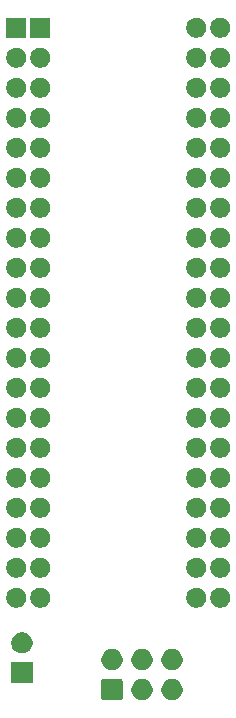
<source format=gbr>
G04 #@! TF.GenerationSoftware,KiCad,Pcbnew,5.1.5+dfsg1-2build2*
G04 #@! TF.CreationDate,2022-03-13T21:18:42-04:00*
G04 #@! TF.ProjectId,vdg_breakout,7664675f-6272-4656-916b-6f75742e6b69,rev?*
G04 #@! TF.SameCoordinates,Original*
G04 #@! TF.FileFunction,Soldermask,Top*
G04 #@! TF.FilePolarity,Negative*
%FSLAX46Y46*%
G04 Gerber Fmt 4.6, Leading zero omitted, Abs format (unit mm)*
G04 Created by KiCad (PCBNEW 5.1.5+dfsg1-2build2) date 2022-03-13 21:18:42*
%MOMM*%
%LPD*%
G04 APERTURE LIST*
%ADD10C,0.100000*%
G04 APERTURE END LIST*
D10*
G36*
X131833600Y-115777989D02*
G01*
X131866652Y-115788015D01*
X131897103Y-115804292D01*
X131923799Y-115826201D01*
X131945708Y-115852897D01*
X131961985Y-115883348D01*
X131972011Y-115916400D01*
X131976000Y-115956903D01*
X131976000Y-117393097D01*
X131972011Y-117433600D01*
X131961985Y-117466652D01*
X131945708Y-117497103D01*
X131923799Y-117523799D01*
X131897103Y-117545708D01*
X131866652Y-117561985D01*
X131833600Y-117572011D01*
X131793097Y-117576000D01*
X130356903Y-117576000D01*
X130316400Y-117572011D01*
X130283348Y-117561985D01*
X130252897Y-117545708D01*
X130226201Y-117523799D01*
X130204292Y-117497103D01*
X130188015Y-117466652D01*
X130177989Y-117433600D01*
X130174000Y-117393097D01*
X130174000Y-115956903D01*
X130177989Y-115916400D01*
X130188015Y-115883348D01*
X130204292Y-115852897D01*
X130226201Y-115826201D01*
X130252897Y-115804292D01*
X130283348Y-115788015D01*
X130316400Y-115777989D01*
X130356903Y-115774000D01*
X131793097Y-115774000D01*
X131833600Y-115777989D01*
G37*
G36*
X136263796Y-115777989D02*
G01*
X136417812Y-115808624D01*
X136581784Y-115876544D01*
X136729354Y-115975147D01*
X136854853Y-116100646D01*
X136953456Y-116248216D01*
X137021376Y-116412188D01*
X137056000Y-116586259D01*
X137056000Y-116763741D01*
X137021376Y-116937812D01*
X136953456Y-117101784D01*
X136854853Y-117249354D01*
X136729354Y-117374853D01*
X136581784Y-117473456D01*
X136417812Y-117541376D01*
X136269341Y-117570908D01*
X136243742Y-117576000D01*
X136066258Y-117576000D01*
X136040659Y-117570908D01*
X135892188Y-117541376D01*
X135728216Y-117473456D01*
X135580646Y-117374853D01*
X135455147Y-117249354D01*
X135356544Y-117101784D01*
X135288624Y-116937812D01*
X135254000Y-116763741D01*
X135254000Y-116586259D01*
X135288624Y-116412188D01*
X135356544Y-116248216D01*
X135455147Y-116100646D01*
X135580646Y-115975147D01*
X135728216Y-115876544D01*
X135892188Y-115808624D01*
X136046204Y-115777989D01*
X136066258Y-115774000D01*
X136243742Y-115774000D01*
X136263796Y-115777989D01*
G37*
G36*
X133723796Y-115777989D02*
G01*
X133877812Y-115808624D01*
X134041784Y-115876544D01*
X134189354Y-115975147D01*
X134314853Y-116100646D01*
X134413456Y-116248216D01*
X134481376Y-116412188D01*
X134516000Y-116586259D01*
X134516000Y-116763741D01*
X134481376Y-116937812D01*
X134413456Y-117101784D01*
X134314853Y-117249354D01*
X134189354Y-117374853D01*
X134041784Y-117473456D01*
X133877812Y-117541376D01*
X133729341Y-117570908D01*
X133703742Y-117576000D01*
X133526258Y-117576000D01*
X133500659Y-117570908D01*
X133352188Y-117541376D01*
X133188216Y-117473456D01*
X133040646Y-117374853D01*
X132915147Y-117249354D01*
X132816544Y-117101784D01*
X132748624Y-116937812D01*
X132714000Y-116763741D01*
X132714000Y-116586259D01*
X132748624Y-116412188D01*
X132816544Y-116248216D01*
X132915147Y-116100646D01*
X133040646Y-115975147D01*
X133188216Y-115876544D01*
X133352188Y-115808624D01*
X133506204Y-115777989D01*
X133526258Y-115774000D01*
X133703742Y-115774000D01*
X133723796Y-115777989D01*
G37*
G36*
X124351000Y-116151000D02*
G01*
X122549000Y-116151000D01*
X122549000Y-114349000D01*
X124351000Y-114349000D01*
X124351000Y-116151000D01*
G37*
G36*
X136268512Y-113238927D02*
G01*
X136417812Y-113268624D01*
X136581784Y-113336544D01*
X136729354Y-113435147D01*
X136854853Y-113560646D01*
X136953456Y-113708216D01*
X137021376Y-113872188D01*
X137056000Y-114046259D01*
X137056000Y-114223741D01*
X137021376Y-114397812D01*
X136953456Y-114561784D01*
X136854853Y-114709354D01*
X136729354Y-114834853D01*
X136581784Y-114933456D01*
X136417812Y-115001376D01*
X136268512Y-115031073D01*
X136243742Y-115036000D01*
X136066258Y-115036000D01*
X136041488Y-115031073D01*
X135892188Y-115001376D01*
X135728216Y-114933456D01*
X135580646Y-114834853D01*
X135455147Y-114709354D01*
X135356544Y-114561784D01*
X135288624Y-114397812D01*
X135254000Y-114223741D01*
X135254000Y-114046259D01*
X135288624Y-113872188D01*
X135356544Y-113708216D01*
X135455147Y-113560646D01*
X135580646Y-113435147D01*
X135728216Y-113336544D01*
X135892188Y-113268624D01*
X136041488Y-113238927D01*
X136066258Y-113234000D01*
X136243742Y-113234000D01*
X136268512Y-113238927D01*
G37*
G36*
X133728512Y-113238927D02*
G01*
X133877812Y-113268624D01*
X134041784Y-113336544D01*
X134189354Y-113435147D01*
X134314853Y-113560646D01*
X134413456Y-113708216D01*
X134481376Y-113872188D01*
X134516000Y-114046259D01*
X134516000Y-114223741D01*
X134481376Y-114397812D01*
X134413456Y-114561784D01*
X134314853Y-114709354D01*
X134189354Y-114834853D01*
X134041784Y-114933456D01*
X133877812Y-115001376D01*
X133728512Y-115031073D01*
X133703742Y-115036000D01*
X133526258Y-115036000D01*
X133501488Y-115031073D01*
X133352188Y-115001376D01*
X133188216Y-114933456D01*
X133040646Y-114834853D01*
X132915147Y-114709354D01*
X132816544Y-114561784D01*
X132748624Y-114397812D01*
X132714000Y-114223741D01*
X132714000Y-114046259D01*
X132748624Y-113872188D01*
X132816544Y-113708216D01*
X132915147Y-113560646D01*
X133040646Y-113435147D01*
X133188216Y-113336544D01*
X133352188Y-113268624D01*
X133501488Y-113238927D01*
X133526258Y-113234000D01*
X133703742Y-113234000D01*
X133728512Y-113238927D01*
G37*
G36*
X131188512Y-113238927D02*
G01*
X131337812Y-113268624D01*
X131501784Y-113336544D01*
X131649354Y-113435147D01*
X131774853Y-113560646D01*
X131873456Y-113708216D01*
X131941376Y-113872188D01*
X131976000Y-114046259D01*
X131976000Y-114223741D01*
X131941376Y-114397812D01*
X131873456Y-114561784D01*
X131774853Y-114709354D01*
X131649354Y-114834853D01*
X131501784Y-114933456D01*
X131337812Y-115001376D01*
X131188512Y-115031073D01*
X131163742Y-115036000D01*
X130986258Y-115036000D01*
X130961488Y-115031073D01*
X130812188Y-115001376D01*
X130648216Y-114933456D01*
X130500646Y-114834853D01*
X130375147Y-114709354D01*
X130276544Y-114561784D01*
X130208624Y-114397812D01*
X130174000Y-114223741D01*
X130174000Y-114046259D01*
X130208624Y-113872188D01*
X130276544Y-113708216D01*
X130375147Y-113560646D01*
X130500646Y-113435147D01*
X130648216Y-113336544D01*
X130812188Y-113268624D01*
X130961488Y-113238927D01*
X130986258Y-113234000D01*
X131163742Y-113234000D01*
X131188512Y-113238927D01*
G37*
G36*
X123563512Y-111813927D02*
G01*
X123712812Y-111843624D01*
X123876784Y-111911544D01*
X124024354Y-112010147D01*
X124149853Y-112135646D01*
X124248456Y-112283216D01*
X124316376Y-112447188D01*
X124351000Y-112621259D01*
X124351000Y-112798741D01*
X124316376Y-112972812D01*
X124248456Y-113136784D01*
X124149853Y-113284354D01*
X124024354Y-113409853D01*
X123876784Y-113508456D01*
X123712812Y-113576376D01*
X123563512Y-113606073D01*
X123538742Y-113611000D01*
X123361258Y-113611000D01*
X123336488Y-113606073D01*
X123187188Y-113576376D01*
X123023216Y-113508456D01*
X122875646Y-113409853D01*
X122750147Y-113284354D01*
X122651544Y-113136784D01*
X122583624Y-112972812D01*
X122549000Y-112798741D01*
X122549000Y-112621259D01*
X122583624Y-112447188D01*
X122651544Y-112283216D01*
X122750147Y-112135646D01*
X122875646Y-112010147D01*
X123023216Y-111911544D01*
X123187188Y-111843624D01*
X123336488Y-111813927D01*
X123361258Y-111809000D01*
X123538742Y-111809000D01*
X123563512Y-111813927D01*
G37*
G36*
X123223228Y-108066704D02*
G01*
X123378100Y-108130854D01*
X123517481Y-108223986D01*
X123636015Y-108342520D01*
X123729147Y-108481901D01*
X123793297Y-108636773D01*
X123826000Y-108801185D01*
X123826000Y-108968817D01*
X123793297Y-109133229D01*
X123729147Y-109288101D01*
X123636015Y-109427482D01*
X123517481Y-109546016D01*
X123378100Y-109639148D01*
X123223228Y-109703298D01*
X123058816Y-109736001D01*
X122891184Y-109736001D01*
X122726772Y-109703298D01*
X122571900Y-109639148D01*
X122432519Y-109546016D01*
X122313985Y-109427482D01*
X122220853Y-109288101D01*
X122156703Y-109133229D01*
X122124000Y-108968817D01*
X122124000Y-108801185D01*
X122156703Y-108636773D01*
X122220853Y-108481901D01*
X122313985Y-108342520D01*
X122432519Y-108223986D01*
X122571900Y-108130854D01*
X122726772Y-108066704D01*
X122891184Y-108034001D01*
X123058816Y-108034001D01*
X123223228Y-108066704D01*
G37*
G36*
X125248229Y-108066704D02*
G01*
X125403101Y-108130854D01*
X125542482Y-108223986D01*
X125661016Y-108342520D01*
X125754148Y-108481901D01*
X125818298Y-108636773D01*
X125851001Y-108801185D01*
X125851001Y-108968817D01*
X125818298Y-109133229D01*
X125754148Y-109288101D01*
X125661016Y-109427482D01*
X125542482Y-109546016D01*
X125403101Y-109639148D01*
X125248229Y-109703298D01*
X125083817Y-109736001D01*
X124916185Y-109736001D01*
X124751773Y-109703298D01*
X124596901Y-109639148D01*
X124457520Y-109546016D01*
X124338986Y-109427482D01*
X124245854Y-109288101D01*
X124181704Y-109133229D01*
X124149001Y-108968817D01*
X124149001Y-108801185D01*
X124181704Y-108636773D01*
X124245854Y-108481901D01*
X124338986Y-108342520D01*
X124457520Y-108223986D01*
X124596901Y-108130854D01*
X124751773Y-108066704D01*
X124916185Y-108034001D01*
X125083817Y-108034001D01*
X125248229Y-108066704D01*
G37*
G36*
X138463228Y-108066704D02*
G01*
X138618100Y-108130854D01*
X138757481Y-108223986D01*
X138876015Y-108342520D01*
X138969147Y-108481901D01*
X139033297Y-108636773D01*
X139066000Y-108801185D01*
X139066000Y-108968817D01*
X139033297Y-109133229D01*
X138969147Y-109288101D01*
X138876015Y-109427482D01*
X138757481Y-109546016D01*
X138618100Y-109639148D01*
X138463228Y-109703298D01*
X138298816Y-109736001D01*
X138131184Y-109736001D01*
X137966772Y-109703298D01*
X137811900Y-109639148D01*
X137672519Y-109546016D01*
X137553985Y-109427482D01*
X137460853Y-109288101D01*
X137396703Y-109133229D01*
X137364000Y-108968817D01*
X137364000Y-108801185D01*
X137396703Y-108636773D01*
X137460853Y-108481901D01*
X137553985Y-108342520D01*
X137672519Y-108223986D01*
X137811900Y-108130854D01*
X137966772Y-108066704D01*
X138131184Y-108034001D01*
X138298816Y-108034001D01*
X138463228Y-108066704D01*
G37*
G36*
X140488229Y-108066704D02*
G01*
X140643101Y-108130854D01*
X140782482Y-108223986D01*
X140901016Y-108342520D01*
X140994148Y-108481901D01*
X141058298Y-108636773D01*
X141091001Y-108801185D01*
X141091001Y-108968817D01*
X141058298Y-109133229D01*
X140994148Y-109288101D01*
X140901016Y-109427482D01*
X140782482Y-109546016D01*
X140643101Y-109639148D01*
X140488229Y-109703298D01*
X140323817Y-109736001D01*
X140156185Y-109736001D01*
X139991773Y-109703298D01*
X139836901Y-109639148D01*
X139697520Y-109546016D01*
X139578986Y-109427482D01*
X139485854Y-109288101D01*
X139421704Y-109133229D01*
X139389001Y-108968817D01*
X139389001Y-108801185D01*
X139421704Y-108636773D01*
X139485854Y-108481901D01*
X139578986Y-108342520D01*
X139697520Y-108223986D01*
X139836901Y-108130854D01*
X139991773Y-108066704D01*
X140156185Y-108034001D01*
X140323817Y-108034001D01*
X140488229Y-108066704D01*
G37*
G36*
X138463228Y-105526704D02*
G01*
X138618100Y-105590854D01*
X138757481Y-105683986D01*
X138876015Y-105802520D01*
X138969147Y-105941901D01*
X139033297Y-106096773D01*
X139066000Y-106261185D01*
X139066000Y-106428817D01*
X139033297Y-106593229D01*
X138969147Y-106748101D01*
X138876015Y-106887482D01*
X138757481Y-107006016D01*
X138618100Y-107099148D01*
X138463228Y-107163298D01*
X138298816Y-107196001D01*
X138131184Y-107196001D01*
X137966772Y-107163298D01*
X137811900Y-107099148D01*
X137672519Y-107006016D01*
X137553985Y-106887482D01*
X137460853Y-106748101D01*
X137396703Y-106593229D01*
X137364000Y-106428817D01*
X137364000Y-106261185D01*
X137396703Y-106096773D01*
X137460853Y-105941901D01*
X137553985Y-105802520D01*
X137672519Y-105683986D01*
X137811900Y-105590854D01*
X137966772Y-105526704D01*
X138131184Y-105494001D01*
X138298816Y-105494001D01*
X138463228Y-105526704D01*
G37*
G36*
X140488229Y-105526704D02*
G01*
X140643101Y-105590854D01*
X140782482Y-105683986D01*
X140901016Y-105802520D01*
X140994148Y-105941901D01*
X141058298Y-106096773D01*
X141091001Y-106261185D01*
X141091001Y-106428817D01*
X141058298Y-106593229D01*
X140994148Y-106748101D01*
X140901016Y-106887482D01*
X140782482Y-107006016D01*
X140643101Y-107099148D01*
X140488229Y-107163298D01*
X140323817Y-107196001D01*
X140156185Y-107196001D01*
X139991773Y-107163298D01*
X139836901Y-107099148D01*
X139697520Y-107006016D01*
X139578986Y-106887482D01*
X139485854Y-106748101D01*
X139421704Y-106593229D01*
X139389001Y-106428817D01*
X139389001Y-106261185D01*
X139421704Y-106096773D01*
X139485854Y-105941901D01*
X139578986Y-105802520D01*
X139697520Y-105683986D01*
X139836901Y-105590854D01*
X139991773Y-105526704D01*
X140156185Y-105494001D01*
X140323817Y-105494001D01*
X140488229Y-105526704D01*
G37*
G36*
X125248229Y-105526704D02*
G01*
X125403101Y-105590854D01*
X125542482Y-105683986D01*
X125661016Y-105802520D01*
X125754148Y-105941901D01*
X125818298Y-106096773D01*
X125851001Y-106261185D01*
X125851001Y-106428817D01*
X125818298Y-106593229D01*
X125754148Y-106748101D01*
X125661016Y-106887482D01*
X125542482Y-107006016D01*
X125403101Y-107099148D01*
X125248229Y-107163298D01*
X125083817Y-107196001D01*
X124916185Y-107196001D01*
X124751773Y-107163298D01*
X124596901Y-107099148D01*
X124457520Y-107006016D01*
X124338986Y-106887482D01*
X124245854Y-106748101D01*
X124181704Y-106593229D01*
X124149001Y-106428817D01*
X124149001Y-106261185D01*
X124181704Y-106096773D01*
X124245854Y-105941901D01*
X124338986Y-105802520D01*
X124457520Y-105683986D01*
X124596901Y-105590854D01*
X124751773Y-105526704D01*
X124916185Y-105494001D01*
X125083817Y-105494001D01*
X125248229Y-105526704D01*
G37*
G36*
X123223228Y-105526704D02*
G01*
X123378100Y-105590854D01*
X123517481Y-105683986D01*
X123636015Y-105802520D01*
X123729147Y-105941901D01*
X123793297Y-106096773D01*
X123826000Y-106261185D01*
X123826000Y-106428817D01*
X123793297Y-106593229D01*
X123729147Y-106748101D01*
X123636015Y-106887482D01*
X123517481Y-107006016D01*
X123378100Y-107099148D01*
X123223228Y-107163298D01*
X123058816Y-107196001D01*
X122891184Y-107196001D01*
X122726772Y-107163298D01*
X122571900Y-107099148D01*
X122432519Y-107006016D01*
X122313985Y-106887482D01*
X122220853Y-106748101D01*
X122156703Y-106593229D01*
X122124000Y-106428817D01*
X122124000Y-106261185D01*
X122156703Y-106096773D01*
X122220853Y-105941901D01*
X122313985Y-105802520D01*
X122432519Y-105683986D01*
X122571900Y-105590854D01*
X122726772Y-105526704D01*
X122891184Y-105494001D01*
X123058816Y-105494001D01*
X123223228Y-105526704D01*
G37*
G36*
X123223228Y-102986704D02*
G01*
X123378100Y-103050854D01*
X123517481Y-103143986D01*
X123636015Y-103262520D01*
X123729147Y-103401901D01*
X123793297Y-103556773D01*
X123826000Y-103721185D01*
X123826000Y-103888817D01*
X123793297Y-104053229D01*
X123729147Y-104208101D01*
X123636015Y-104347482D01*
X123517481Y-104466016D01*
X123378100Y-104559148D01*
X123223228Y-104623298D01*
X123058816Y-104656001D01*
X122891184Y-104656001D01*
X122726772Y-104623298D01*
X122571900Y-104559148D01*
X122432519Y-104466016D01*
X122313985Y-104347482D01*
X122220853Y-104208101D01*
X122156703Y-104053229D01*
X122124000Y-103888817D01*
X122124000Y-103721185D01*
X122156703Y-103556773D01*
X122220853Y-103401901D01*
X122313985Y-103262520D01*
X122432519Y-103143986D01*
X122571900Y-103050854D01*
X122726772Y-102986704D01*
X122891184Y-102954001D01*
X123058816Y-102954001D01*
X123223228Y-102986704D01*
G37*
G36*
X138463228Y-102986704D02*
G01*
X138618100Y-103050854D01*
X138757481Y-103143986D01*
X138876015Y-103262520D01*
X138969147Y-103401901D01*
X139033297Y-103556773D01*
X139066000Y-103721185D01*
X139066000Y-103888817D01*
X139033297Y-104053229D01*
X138969147Y-104208101D01*
X138876015Y-104347482D01*
X138757481Y-104466016D01*
X138618100Y-104559148D01*
X138463228Y-104623298D01*
X138298816Y-104656001D01*
X138131184Y-104656001D01*
X137966772Y-104623298D01*
X137811900Y-104559148D01*
X137672519Y-104466016D01*
X137553985Y-104347482D01*
X137460853Y-104208101D01*
X137396703Y-104053229D01*
X137364000Y-103888817D01*
X137364000Y-103721185D01*
X137396703Y-103556773D01*
X137460853Y-103401901D01*
X137553985Y-103262520D01*
X137672519Y-103143986D01*
X137811900Y-103050854D01*
X137966772Y-102986704D01*
X138131184Y-102954001D01*
X138298816Y-102954001D01*
X138463228Y-102986704D01*
G37*
G36*
X140488229Y-102986704D02*
G01*
X140643101Y-103050854D01*
X140782482Y-103143986D01*
X140901016Y-103262520D01*
X140994148Y-103401901D01*
X141058298Y-103556773D01*
X141091001Y-103721185D01*
X141091001Y-103888817D01*
X141058298Y-104053229D01*
X140994148Y-104208101D01*
X140901016Y-104347482D01*
X140782482Y-104466016D01*
X140643101Y-104559148D01*
X140488229Y-104623298D01*
X140323817Y-104656001D01*
X140156185Y-104656001D01*
X139991773Y-104623298D01*
X139836901Y-104559148D01*
X139697520Y-104466016D01*
X139578986Y-104347482D01*
X139485854Y-104208101D01*
X139421704Y-104053229D01*
X139389001Y-103888817D01*
X139389001Y-103721185D01*
X139421704Y-103556773D01*
X139485854Y-103401901D01*
X139578986Y-103262520D01*
X139697520Y-103143986D01*
X139836901Y-103050854D01*
X139991773Y-102986704D01*
X140156185Y-102954001D01*
X140323817Y-102954001D01*
X140488229Y-102986704D01*
G37*
G36*
X125248229Y-102986704D02*
G01*
X125403101Y-103050854D01*
X125542482Y-103143986D01*
X125661016Y-103262520D01*
X125754148Y-103401901D01*
X125818298Y-103556773D01*
X125851001Y-103721185D01*
X125851001Y-103888817D01*
X125818298Y-104053229D01*
X125754148Y-104208101D01*
X125661016Y-104347482D01*
X125542482Y-104466016D01*
X125403101Y-104559148D01*
X125248229Y-104623298D01*
X125083817Y-104656001D01*
X124916185Y-104656001D01*
X124751773Y-104623298D01*
X124596901Y-104559148D01*
X124457520Y-104466016D01*
X124338986Y-104347482D01*
X124245854Y-104208101D01*
X124181704Y-104053229D01*
X124149001Y-103888817D01*
X124149001Y-103721185D01*
X124181704Y-103556773D01*
X124245854Y-103401901D01*
X124338986Y-103262520D01*
X124457520Y-103143986D01*
X124596901Y-103050854D01*
X124751773Y-102986704D01*
X124916185Y-102954001D01*
X125083817Y-102954001D01*
X125248229Y-102986704D01*
G37*
G36*
X123223228Y-100446704D02*
G01*
X123378100Y-100510854D01*
X123517481Y-100603986D01*
X123636015Y-100722520D01*
X123729147Y-100861901D01*
X123793297Y-101016773D01*
X123826000Y-101181185D01*
X123826000Y-101348817D01*
X123793297Y-101513229D01*
X123729147Y-101668101D01*
X123636015Y-101807482D01*
X123517481Y-101926016D01*
X123378100Y-102019148D01*
X123223228Y-102083298D01*
X123058816Y-102116001D01*
X122891184Y-102116001D01*
X122726772Y-102083298D01*
X122571900Y-102019148D01*
X122432519Y-101926016D01*
X122313985Y-101807482D01*
X122220853Y-101668101D01*
X122156703Y-101513229D01*
X122124000Y-101348817D01*
X122124000Y-101181185D01*
X122156703Y-101016773D01*
X122220853Y-100861901D01*
X122313985Y-100722520D01*
X122432519Y-100603986D01*
X122571900Y-100510854D01*
X122726772Y-100446704D01*
X122891184Y-100414001D01*
X123058816Y-100414001D01*
X123223228Y-100446704D01*
G37*
G36*
X125248229Y-100446704D02*
G01*
X125403101Y-100510854D01*
X125542482Y-100603986D01*
X125661016Y-100722520D01*
X125754148Y-100861901D01*
X125818298Y-101016773D01*
X125851001Y-101181185D01*
X125851001Y-101348817D01*
X125818298Y-101513229D01*
X125754148Y-101668101D01*
X125661016Y-101807482D01*
X125542482Y-101926016D01*
X125403101Y-102019148D01*
X125248229Y-102083298D01*
X125083817Y-102116001D01*
X124916185Y-102116001D01*
X124751773Y-102083298D01*
X124596901Y-102019148D01*
X124457520Y-101926016D01*
X124338986Y-101807482D01*
X124245854Y-101668101D01*
X124181704Y-101513229D01*
X124149001Y-101348817D01*
X124149001Y-101181185D01*
X124181704Y-101016773D01*
X124245854Y-100861901D01*
X124338986Y-100722520D01*
X124457520Y-100603986D01*
X124596901Y-100510854D01*
X124751773Y-100446704D01*
X124916185Y-100414001D01*
X125083817Y-100414001D01*
X125248229Y-100446704D01*
G37*
G36*
X138463228Y-100446704D02*
G01*
X138618100Y-100510854D01*
X138757481Y-100603986D01*
X138876015Y-100722520D01*
X138969147Y-100861901D01*
X139033297Y-101016773D01*
X139066000Y-101181185D01*
X139066000Y-101348817D01*
X139033297Y-101513229D01*
X138969147Y-101668101D01*
X138876015Y-101807482D01*
X138757481Y-101926016D01*
X138618100Y-102019148D01*
X138463228Y-102083298D01*
X138298816Y-102116001D01*
X138131184Y-102116001D01*
X137966772Y-102083298D01*
X137811900Y-102019148D01*
X137672519Y-101926016D01*
X137553985Y-101807482D01*
X137460853Y-101668101D01*
X137396703Y-101513229D01*
X137364000Y-101348817D01*
X137364000Y-101181185D01*
X137396703Y-101016773D01*
X137460853Y-100861901D01*
X137553985Y-100722520D01*
X137672519Y-100603986D01*
X137811900Y-100510854D01*
X137966772Y-100446704D01*
X138131184Y-100414001D01*
X138298816Y-100414001D01*
X138463228Y-100446704D01*
G37*
G36*
X140488229Y-100446704D02*
G01*
X140643101Y-100510854D01*
X140782482Y-100603986D01*
X140901016Y-100722520D01*
X140994148Y-100861901D01*
X141058298Y-101016773D01*
X141091001Y-101181185D01*
X141091001Y-101348817D01*
X141058298Y-101513229D01*
X140994148Y-101668101D01*
X140901016Y-101807482D01*
X140782482Y-101926016D01*
X140643101Y-102019148D01*
X140488229Y-102083298D01*
X140323817Y-102116001D01*
X140156185Y-102116001D01*
X139991773Y-102083298D01*
X139836901Y-102019148D01*
X139697520Y-101926016D01*
X139578986Y-101807482D01*
X139485854Y-101668101D01*
X139421704Y-101513229D01*
X139389001Y-101348817D01*
X139389001Y-101181185D01*
X139421704Y-101016773D01*
X139485854Y-100861901D01*
X139578986Y-100722520D01*
X139697520Y-100603986D01*
X139836901Y-100510854D01*
X139991773Y-100446704D01*
X140156185Y-100414001D01*
X140323817Y-100414001D01*
X140488229Y-100446704D01*
G37*
G36*
X140488229Y-97906704D02*
G01*
X140643101Y-97970854D01*
X140782482Y-98063986D01*
X140901016Y-98182520D01*
X140994148Y-98321901D01*
X141058298Y-98476773D01*
X141091001Y-98641185D01*
X141091001Y-98808817D01*
X141058298Y-98973229D01*
X140994148Y-99128101D01*
X140901016Y-99267482D01*
X140782482Y-99386016D01*
X140643101Y-99479148D01*
X140488229Y-99543298D01*
X140323817Y-99576001D01*
X140156185Y-99576001D01*
X139991773Y-99543298D01*
X139836901Y-99479148D01*
X139697520Y-99386016D01*
X139578986Y-99267482D01*
X139485854Y-99128101D01*
X139421704Y-98973229D01*
X139389001Y-98808817D01*
X139389001Y-98641185D01*
X139421704Y-98476773D01*
X139485854Y-98321901D01*
X139578986Y-98182520D01*
X139697520Y-98063986D01*
X139836901Y-97970854D01*
X139991773Y-97906704D01*
X140156185Y-97874001D01*
X140323817Y-97874001D01*
X140488229Y-97906704D01*
G37*
G36*
X125248229Y-97906704D02*
G01*
X125403101Y-97970854D01*
X125542482Y-98063986D01*
X125661016Y-98182520D01*
X125754148Y-98321901D01*
X125818298Y-98476773D01*
X125851001Y-98641185D01*
X125851001Y-98808817D01*
X125818298Y-98973229D01*
X125754148Y-99128101D01*
X125661016Y-99267482D01*
X125542482Y-99386016D01*
X125403101Y-99479148D01*
X125248229Y-99543298D01*
X125083817Y-99576001D01*
X124916185Y-99576001D01*
X124751773Y-99543298D01*
X124596901Y-99479148D01*
X124457520Y-99386016D01*
X124338986Y-99267482D01*
X124245854Y-99128101D01*
X124181704Y-98973229D01*
X124149001Y-98808817D01*
X124149001Y-98641185D01*
X124181704Y-98476773D01*
X124245854Y-98321901D01*
X124338986Y-98182520D01*
X124457520Y-98063986D01*
X124596901Y-97970854D01*
X124751773Y-97906704D01*
X124916185Y-97874001D01*
X125083817Y-97874001D01*
X125248229Y-97906704D01*
G37*
G36*
X138463228Y-97906704D02*
G01*
X138618100Y-97970854D01*
X138757481Y-98063986D01*
X138876015Y-98182520D01*
X138969147Y-98321901D01*
X139033297Y-98476773D01*
X139066000Y-98641185D01*
X139066000Y-98808817D01*
X139033297Y-98973229D01*
X138969147Y-99128101D01*
X138876015Y-99267482D01*
X138757481Y-99386016D01*
X138618100Y-99479148D01*
X138463228Y-99543298D01*
X138298816Y-99576001D01*
X138131184Y-99576001D01*
X137966772Y-99543298D01*
X137811900Y-99479148D01*
X137672519Y-99386016D01*
X137553985Y-99267482D01*
X137460853Y-99128101D01*
X137396703Y-98973229D01*
X137364000Y-98808817D01*
X137364000Y-98641185D01*
X137396703Y-98476773D01*
X137460853Y-98321901D01*
X137553985Y-98182520D01*
X137672519Y-98063986D01*
X137811900Y-97970854D01*
X137966772Y-97906704D01*
X138131184Y-97874001D01*
X138298816Y-97874001D01*
X138463228Y-97906704D01*
G37*
G36*
X123223228Y-97906704D02*
G01*
X123378100Y-97970854D01*
X123517481Y-98063986D01*
X123636015Y-98182520D01*
X123729147Y-98321901D01*
X123793297Y-98476773D01*
X123826000Y-98641185D01*
X123826000Y-98808817D01*
X123793297Y-98973229D01*
X123729147Y-99128101D01*
X123636015Y-99267482D01*
X123517481Y-99386016D01*
X123378100Y-99479148D01*
X123223228Y-99543298D01*
X123058816Y-99576001D01*
X122891184Y-99576001D01*
X122726772Y-99543298D01*
X122571900Y-99479148D01*
X122432519Y-99386016D01*
X122313985Y-99267482D01*
X122220853Y-99128101D01*
X122156703Y-98973229D01*
X122124000Y-98808817D01*
X122124000Y-98641185D01*
X122156703Y-98476773D01*
X122220853Y-98321901D01*
X122313985Y-98182520D01*
X122432519Y-98063986D01*
X122571900Y-97970854D01*
X122726772Y-97906704D01*
X122891184Y-97874001D01*
X123058816Y-97874001D01*
X123223228Y-97906704D01*
G37*
G36*
X140488229Y-95366704D02*
G01*
X140643101Y-95430854D01*
X140782482Y-95523986D01*
X140901016Y-95642520D01*
X140994148Y-95781901D01*
X141058298Y-95936773D01*
X141091001Y-96101185D01*
X141091001Y-96268817D01*
X141058298Y-96433229D01*
X140994148Y-96588101D01*
X140901016Y-96727482D01*
X140782482Y-96846016D01*
X140643101Y-96939148D01*
X140488229Y-97003298D01*
X140323817Y-97036001D01*
X140156185Y-97036001D01*
X139991773Y-97003298D01*
X139836901Y-96939148D01*
X139697520Y-96846016D01*
X139578986Y-96727482D01*
X139485854Y-96588101D01*
X139421704Y-96433229D01*
X139389001Y-96268817D01*
X139389001Y-96101185D01*
X139421704Y-95936773D01*
X139485854Y-95781901D01*
X139578986Y-95642520D01*
X139697520Y-95523986D01*
X139836901Y-95430854D01*
X139991773Y-95366704D01*
X140156185Y-95334001D01*
X140323817Y-95334001D01*
X140488229Y-95366704D01*
G37*
G36*
X125248229Y-95366704D02*
G01*
X125403101Y-95430854D01*
X125542482Y-95523986D01*
X125661016Y-95642520D01*
X125754148Y-95781901D01*
X125818298Y-95936773D01*
X125851001Y-96101185D01*
X125851001Y-96268817D01*
X125818298Y-96433229D01*
X125754148Y-96588101D01*
X125661016Y-96727482D01*
X125542482Y-96846016D01*
X125403101Y-96939148D01*
X125248229Y-97003298D01*
X125083817Y-97036001D01*
X124916185Y-97036001D01*
X124751773Y-97003298D01*
X124596901Y-96939148D01*
X124457520Y-96846016D01*
X124338986Y-96727482D01*
X124245854Y-96588101D01*
X124181704Y-96433229D01*
X124149001Y-96268817D01*
X124149001Y-96101185D01*
X124181704Y-95936773D01*
X124245854Y-95781901D01*
X124338986Y-95642520D01*
X124457520Y-95523986D01*
X124596901Y-95430854D01*
X124751773Y-95366704D01*
X124916185Y-95334001D01*
X125083817Y-95334001D01*
X125248229Y-95366704D01*
G37*
G36*
X123223228Y-95366704D02*
G01*
X123378100Y-95430854D01*
X123517481Y-95523986D01*
X123636015Y-95642520D01*
X123729147Y-95781901D01*
X123793297Y-95936773D01*
X123826000Y-96101185D01*
X123826000Y-96268817D01*
X123793297Y-96433229D01*
X123729147Y-96588101D01*
X123636015Y-96727482D01*
X123517481Y-96846016D01*
X123378100Y-96939148D01*
X123223228Y-97003298D01*
X123058816Y-97036001D01*
X122891184Y-97036001D01*
X122726772Y-97003298D01*
X122571900Y-96939148D01*
X122432519Y-96846016D01*
X122313985Y-96727482D01*
X122220853Y-96588101D01*
X122156703Y-96433229D01*
X122124000Y-96268817D01*
X122124000Y-96101185D01*
X122156703Y-95936773D01*
X122220853Y-95781901D01*
X122313985Y-95642520D01*
X122432519Y-95523986D01*
X122571900Y-95430854D01*
X122726772Y-95366704D01*
X122891184Y-95334001D01*
X123058816Y-95334001D01*
X123223228Y-95366704D01*
G37*
G36*
X138463228Y-95366704D02*
G01*
X138618100Y-95430854D01*
X138757481Y-95523986D01*
X138876015Y-95642520D01*
X138969147Y-95781901D01*
X139033297Y-95936773D01*
X139066000Y-96101185D01*
X139066000Y-96268817D01*
X139033297Y-96433229D01*
X138969147Y-96588101D01*
X138876015Y-96727482D01*
X138757481Y-96846016D01*
X138618100Y-96939148D01*
X138463228Y-97003298D01*
X138298816Y-97036001D01*
X138131184Y-97036001D01*
X137966772Y-97003298D01*
X137811900Y-96939148D01*
X137672519Y-96846016D01*
X137553985Y-96727482D01*
X137460853Y-96588101D01*
X137396703Y-96433229D01*
X137364000Y-96268817D01*
X137364000Y-96101185D01*
X137396703Y-95936773D01*
X137460853Y-95781901D01*
X137553985Y-95642520D01*
X137672519Y-95523986D01*
X137811900Y-95430854D01*
X137966772Y-95366704D01*
X138131184Y-95334001D01*
X138298816Y-95334001D01*
X138463228Y-95366704D01*
G37*
G36*
X125248229Y-92826704D02*
G01*
X125403101Y-92890854D01*
X125542482Y-92983986D01*
X125661016Y-93102520D01*
X125754148Y-93241901D01*
X125818298Y-93396773D01*
X125851001Y-93561185D01*
X125851001Y-93728817D01*
X125818298Y-93893229D01*
X125754148Y-94048101D01*
X125661016Y-94187482D01*
X125542482Y-94306016D01*
X125403101Y-94399148D01*
X125248229Y-94463298D01*
X125083817Y-94496001D01*
X124916185Y-94496001D01*
X124751773Y-94463298D01*
X124596901Y-94399148D01*
X124457520Y-94306016D01*
X124338986Y-94187482D01*
X124245854Y-94048101D01*
X124181704Y-93893229D01*
X124149001Y-93728817D01*
X124149001Y-93561185D01*
X124181704Y-93396773D01*
X124245854Y-93241901D01*
X124338986Y-93102520D01*
X124457520Y-92983986D01*
X124596901Y-92890854D01*
X124751773Y-92826704D01*
X124916185Y-92794001D01*
X125083817Y-92794001D01*
X125248229Y-92826704D01*
G37*
G36*
X123223228Y-92826704D02*
G01*
X123378100Y-92890854D01*
X123517481Y-92983986D01*
X123636015Y-93102520D01*
X123729147Y-93241901D01*
X123793297Y-93396773D01*
X123826000Y-93561185D01*
X123826000Y-93728817D01*
X123793297Y-93893229D01*
X123729147Y-94048101D01*
X123636015Y-94187482D01*
X123517481Y-94306016D01*
X123378100Y-94399148D01*
X123223228Y-94463298D01*
X123058816Y-94496001D01*
X122891184Y-94496001D01*
X122726772Y-94463298D01*
X122571900Y-94399148D01*
X122432519Y-94306016D01*
X122313985Y-94187482D01*
X122220853Y-94048101D01*
X122156703Y-93893229D01*
X122124000Y-93728817D01*
X122124000Y-93561185D01*
X122156703Y-93396773D01*
X122220853Y-93241901D01*
X122313985Y-93102520D01*
X122432519Y-92983986D01*
X122571900Y-92890854D01*
X122726772Y-92826704D01*
X122891184Y-92794001D01*
X123058816Y-92794001D01*
X123223228Y-92826704D01*
G37*
G36*
X140488229Y-92826704D02*
G01*
X140643101Y-92890854D01*
X140782482Y-92983986D01*
X140901016Y-93102520D01*
X140994148Y-93241901D01*
X141058298Y-93396773D01*
X141091001Y-93561185D01*
X141091001Y-93728817D01*
X141058298Y-93893229D01*
X140994148Y-94048101D01*
X140901016Y-94187482D01*
X140782482Y-94306016D01*
X140643101Y-94399148D01*
X140488229Y-94463298D01*
X140323817Y-94496001D01*
X140156185Y-94496001D01*
X139991773Y-94463298D01*
X139836901Y-94399148D01*
X139697520Y-94306016D01*
X139578986Y-94187482D01*
X139485854Y-94048101D01*
X139421704Y-93893229D01*
X139389001Y-93728817D01*
X139389001Y-93561185D01*
X139421704Y-93396773D01*
X139485854Y-93241901D01*
X139578986Y-93102520D01*
X139697520Y-92983986D01*
X139836901Y-92890854D01*
X139991773Y-92826704D01*
X140156185Y-92794001D01*
X140323817Y-92794001D01*
X140488229Y-92826704D01*
G37*
G36*
X138463228Y-92826704D02*
G01*
X138618100Y-92890854D01*
X138757481Y-92983986D01*
X138876015Y-93102520D01*
X138969147Y-93241901D01*
X139033297Y-93396773D01*
X139066000Y-93561185D01*
X139066000Y-93728817D01*
X139033297Y-93893229D01*
X138969147Y-94048101D01*
X138876015Y-94187482D01*
X138757481Y-94306016D01*
X138618100Y-94399148D01*
X138463228Y-94463298D01*
X138298816Y-94496001D01*
X138131184Y-94496001D01*
X137966772Y-94463298D01*
X137811900Y-94399148D01*
X137672519Y-94306016D01*
X137553985Y-94187482D01*
X137460853Y-94048101D01*
X137396703Y-93893229D01*
X137364000Y-93728817D01*
X137364000Y-93561185D01*
X137396703Y-93396773D01*
X137460853Y-93241901D01*
X137553985Y-93102520D01*
X137672519Y-92983986D01*
X137811900Y-92890854D01*
X137966772Y-92826704D01*
X138131184Y-92794001D01*
X138298816Y-92794001D01*
X138463228Y-92826704D01*
G37*
G36*
X125248229Y-90286704D02*
G01*
X125403101Y-90350854D01*
X125542482Y-90443986D01*
X125661016Y-90562520D01*
X125754148Y-90701901D01*
X125818298Y-90856773D01*
X125851001Y-91021185D01*
X125851001Y-91188817D01*
X125818298Y-91353229D01*
X125754148Y-91508101D01*
X125661016Y-91647482D01*
X125542482Y-91766016D01*
X125403101Y-91859148D01*
X125248229Y-91923298D01*
X125083817Y-91956001D01*
X124916185Y-91956001D01*
X124751773Y-91923298D01*
X124596901Y-91859148D01*
X124457520Y-91766016D01*
X124338986Y-91647482D01*
X124245854Y-91508101D01*
X124181704Y-91353229D01*
X124149001Y-91188817D01*
X124149001Y-91021185D01*
X124181704Y-90856773D01*
X124245854Y-90701901D01*
X124338986Y-90562520D01*
X124457520Y-90443986D01*
X124596901Y-90350854D01*
X124751773Y-90286704D01*
X124916185Y-90254001D01*
X125083817Y-90254001D01*
X125248229Y-90286704D01*
G37*
G36*
X140488229Y-90286704D02*
G01*
X140643101Y-90350854D01*
X140782482Y-90443986D01*
X140901016Y-90562520D01*
X140994148Y-90701901D01*
X141058298Y-90856773D01*
X141091001Y-91021185D01*
X141091001Y-91188817D01*
X141058298Y-91353229D01*
X140994148Y-91508101D01*
X140901016Y-91647482D01*
X140782482Y-91766016D01*
X140643101Y-91859148D01*
X140488229Y-91923298D01*
X140323817Y-91956001D01*
X140156185Y-91956001D01*
X139991773Y-91923298D01*
X139836901Y-91859148D01*
X139697520Y-91766016D01*
X139578986Y-91647482D01*
X139485854Y-91508101D01*
X139421704Y-91353229D01*
X139389001Y-91188817D01*
X139389001Y-91021185D01*
X139421704Y-90856773D01*
X139485854Y-90701901D01*
X139578986Y-90562520D01*
X139697520Y-90443986D01*
X139836901Y-90350854D01*
X139991773Y-90286704D01*
X140156185Y-90254001D01*
X140323817Y-90254001D01*
X140488229Y-90286704D01*
G37*
G36*
X123223228Y-90286704D02*
G01*
X123378100Y-90350854D01*
X123517481Y-90443986D01*
X123636015Y-90562520D01*
X123729147Y-90701901D01*
X123793297Y-90856773D01*
X123826000Y-91021185D01*
X123826000Y-91188817D01*
X123793297Y-91353229D01*
X123729147Y-91508101D01*
X123636015Y-91647482D01*
X123517481Y-91766016D01*
X123378100Y-91859148D01*
X123223228Y-91923298D01*
X123058816Y-91956001D01*
X122891184Y-91956001D01*
X122726772Y-91923298D01*
X122571900Y-91859148D01*
X122432519Y-91766016D01*
X122313985Y-91647482D01*
X122220853Y-91508101D01*
X122156703Y-91353229D01*
X122124000Y-91188817D01*
X122124000Y-91021185D01*
X122156703Y-90856773D01*
X122220853Y-90701901D01*
X122313985Y-90562520D01*
X122432519Y-90443986D01*
X122571900Y-90350854D01*
X122726772Y-90286704D01*
X122891184Y-90254001D01*
X123058816Y-90254001D01*
X123223228Y-90286704D01*
G37*
G36*
X138463228Y-90286704D02*
G01*
X138618100Y-90350854D01*
X138757481Y-90443986D01*
X138876015Y-90562520D01*
X138969147Y-90701901D01*
X139033297Y-90856773D01*
X139066000Y-91021185D01*
X139066000Y-91188817D01*
X139033297Y-91353229D01*
X138969147Y-91508101D01*
X138876015Y-91647482D01*
X138757481Y-91766016D01*
X138618100Y-91859148D01*
X138463228Y-91923298D01*
X138298816Y-91956001D01*
X138131184Y-91956001D01*
X137966772Y-91923298D01*
X137811900Y-91859148D01*
X137672519Y-91766016D01*
X137553985Y-91647482D01*
X137460853Y-91508101D01*
X137396703Y-91353229D01*
X137364000Y-91188817D01*
X137364000Y-91021185D01*
X137396703Y-90856773D01*
X137460853Y-90701901D01*
X137553985Y-90562520D01*
X137672519Y-90443986D01*
X137811900Y-90350854D01*
X137966772Y-90286704D01*
X138131184Y-90254001D01*
X138298816Y-90254001D01*
X138463228Y-90286704D01*
G37*
G36*
X123223228Y-87746704D02*
G01*
X123378100Y-87810854D01*
X123517481Y-87903986D01*
X123636015Y-88022520D01*
X123729147Y-88161901D01*
X123793297Y-88316773D01*
X123826000Y-88481185D01*
X123826000Y-88648817D01*
X123793297Y-88813229D01*
X123729147Y-88968101D01*
X123636015Y-89107482D01*
X123517481Y-89226016D01*
X123378100Y-89319148D01*
X123223228Y-89383298D01*
X123058816Y-89416001D01*
X122891184Y-89416001D01*
X122726772Y-89383298D01*
X122571900Y-89319148D01*
X122432519Y-89226016D01*
X122313985Y-89107482D01*
X122220853Y-88968101D01*
X122156703Y-88813229D01*
X122124000Y-88648817D01*
X122124000Y-88481185D01*
X122156703Y-88316773D01*
X122220853Y-88161901D01*
X122313985Y-88022520D01*
X122432519Y-87903986D01*
X122571900Y-87810854D01*
X122726772Y-87746704D01*
X122891184Y-87714001D01*
X123058816Y-87714001D01*
X123223228Y-87746704D01*
G37*
G36*
X125248229Y-87746704D02*
G01*
X125403101Y-87810854D01*
X125542482Y-87903986D01*
X125661016Y-88022520D01*
X125754148Y-88161901D01*
X125818298Y-88316773D01*
X125851001Y-88481185D01*
X125851001Y-88648817D01*
X125818298Y-88813229D01*
X125754148Y-88968101D01*
X125661016Y-89107482D01*
X125542482Y-89226016D01*
X125403101Y-89319148D01*
X125248229Y-89383298D01*
X125083817Y-89416001D01*
X124916185Y-89416001D01*
X124751773Y-89383298D01*
X124596901Y-89319148D01*
X124457520Y-89226016D01*
X124338986Y-89107482D01*
X124245854Y-88968101D01*
X124181704Y-88813229D01*
X124149001Y-88648817D01*
X124149001Y-88481185D01*
X124181704Y-88316773D01*
X124245854Y-88161901D01*
X124338986Y-88022520D01*
X124457520Y-87903986D01*
X124596901Y-87810854D01*
X124751773Y-87746704D01*
X124916185Y-87714001D01*
X125083817Y-87714001D01*
X125248229Y-87746704D01*
G37*
G36*
X140488229Y-87746704D02*
G01*
X140643101Y-87810854D01*
X140782482Y-87903986D01*
X140901016Y-88022520D01*
X140994148Y-88161901D01*
X141058298Y-88316773D01*
X141091001Y-88481185D01*
X141091001Y-88648817D01*
X141058298Y-88813229D01*
X140994148Y-88968101D01*
X140901016Y-89107482D01*
X140782482Y-89226016D01*
X140643101Y-89319148D01*
X140488229Y-89383298D01*
X140323817Y-89416001D01*
X140156185Y-89416001D01*
X139991773Y-89383298D01*
X139836901Y-89319148D01*
X139697520Y-89226016D01*
X139578986Y-89107482D01*
X139485854Y-88968101D01*
X139421704Y-88813229D01*
X139389001Y-88648817D01*
X139389001Y-88481185D01*
X139421704Y-88316773D01*
X139485854Y-88161901D01*
X139578986Y-88022520D01*
X139697520Y-87903986D01*
X139836901Y-87810854D01*
X139991773Y-87746704D01*
X140156185Y-87714001D01*
X140323817Y-87714001D01*
X140488229Y-87746704D01*
G37*
G36*
X138463228Y-87746704D02*
G01*
X138618100Y-87810854D01*
X138757481Y-87903986D01*
X138876015Y-88022520D01*
X138969147Y-88161901D01*
X139033297Y-88316773D01*
X139066000Y-88481185D01*
X139066000Y-88648817D01*
X139033297Y-88813229D01*
X138969147Y-88968101D01*
X138876015Y-89107482D01*
X138757481Y-89226016D01*
X138618100Y-89319148D01*
X138463228Y-89383298D01*
X138298816Y-89416001D01*
X138131184Y-89416001D01*
X137966772Y-89383298D01*
X137811900Y-89319148D01*
X137672519Y-89226016D01*
X137553985Y-89107482D01*
X137460853Y-88968101D01*
X137396703Y-88813229D01*
X137364000Y-88648817D01*
X137364000Y-88481185D01*
X137396703Y-88316773D01*
X137460853Y-88161901D01*
X137553985Y-88022520D01*
X137672519Y-87903986D01*
X137811900Y-87810854D01*
X137966772Y-87746704D01*
X138131184Y-87714001D01*
X138298816Y-87714001D01*
X138463228Y-87746704D01*
G37*
G36*
X123223228Y-85206704D02*
G01*
X123378100Y-85270854D01*
X123517481Y-85363986D01*
X123636015Y-85482520D01*
X123729147Y-85621901D01*
X123793297Y-85776773D01*
X123826000Y-85941185D01*
X123826000Y-86108817D01*
X123793297Y-86273229D01*
X123729147Y-86428101D01*
X123636015Y-86567482D01*
X123517481Y-86686016D01*
X123378100Y-86779148D01*
X123223228Y-86843298D01*
X123058816Y-86876001D01*
X122891184Y-86876001D01*
X122726772Y-86843298D01*
X122571900Y-86779148D01*
X122432519Y-86686016D01*
X122313985Y-86567482D01*
X122220853Y-86428101D01*
X122156703Y-86273229D01*
X122124000Y-86108817D01*
X122124000Y-85941185D01*
X122156703Y-85776773D01*
X122220853Y-85621901D01*
X122313985Y-85482520D01*
X122432519Y-85363986D01*
X122571900Y-85270854D01*
X122726772Y-85206704D01*
X122891184Y-85174001D01*
X123058816Y-85174001D01*
X123223228Y-85206704D01*
G37*
G36*
X140488229Y-85206704D02*
G01*
X140643101Y-85270854D01*
X140782482Y-85363986D01*
X140901016Y-85482520D01*
X140994148Y-85621901D01*
X141058298Y-85776773D01*
X141091001Y-85941185D01*
X141091001Y-86108817D01*
X141058298Y-86273229D01*
X140994148Y-86428101D01*
X140901016Y-86567482D01*
X140782482Y-86686016D01*
X140643101Y-86779148D01*
X140488229Y-86843298D01*
X140323817Y-86876001D01*
X140156185Y-86876001D01*
X139991773Y-86843298D01*
X139836901Y-86779148D01*
X139697520Y-86686016D01*
X139578986Y-86567482D01*
X139485854Y-86428101D01*
X139421704Y-86273229D01*
X139389001Y-86108817D01*
X139389001Y-85941185D01*
X139421704Y-85776773D01*
X139485854Y-85621901D01*
X139578986Y-85482520D01*
X139697520Y-85363986D01*
X139836901Y-85270854D01*
X139991773Y-85206704D01*
X140156185Y-85174001D01*
X140323817Y-85174001D01*
X140488229Y-85206704D01*
G37*
G36*
X138463228Y-85206704D02*
G01*
X138618100Y-85270854D01*
X138757481Y-85363986D01*
X138876015Y-85482520D01*
X138969147Y-85621901D01*
X139033297Y-85776773D01*
X139066000Y-85941185D01*
X139066000Y-86108817D01*
X139033297Y-86273229D01*
X138969147Y-86428101D01*
X138876015Y-86567482D01*
X138757481Y-86686016D01*
X138618100Y-86779148D01*
X138463228Y-86843298D01*
X138298816Y-86876001D01*
X138131184Y-86876001D01*
X137966772Y-86843298D01*
X137811900Y-86779148D01*
X137672519Y-86686016D01*
X137553985Y-86567482D01*
X137460853Y-86428101D01*
X137396703Y-86273229D01*
X137364000Y-86108817D01*
X137364000Y-85941185D01*
X137396703Y-85776773D01*
X137460853Y-85621901D01*
X137553985Y-85482520D01*
X137672519Y-85363986D01*
X137811900Y-85270854D01*
X137966772Y-85206704D01*
X138131184Y-85174001D01*
X138298816Y-85174001D01*
X138463228Y-85206704D01*
G37*
G36*
X125248229Y-85206704D02*
G01*
X125403101Y-85270854D01*
X125542482Y-85363986D01*
X125661016Y-85482520D01*
X125754148Y-85621901D01*
X125818298Y-85776773D01*
X125851001Y-85941185D01*
X125851001Y-86108817D01*
X125818298Y-86273229D01*
X125754148Y-86428101D01*
X125661016Y-86567482D01*
X125542482Y-86686016D01*
X125403101Y-86779148D01*
X125248229Y-86843298D01*
X125083817Y-86876001D01*
X124916185Y-86876001D01*
X124751773Y-86843298D01*
X124596901Y-86779148D01*
X124457520Y-86686016D01*
X124338986Y-86567482D01*
X124245854Y-86428101D01*
X124181704Y-86273229D01*
X124149001Y-86108817D01*
X124149001Y-85941185D01*
X124181704Y-85776773D01*
X124245854Y-85621901D01*
X124338986Y-85482520D01*
X124457520Y-85363986D01*
X124596901Y-85270854D01*
X124751773Y-85206704D01*
X124916185Y-85174001D01*
X125083817Y-85174001D01*
X125248229Y-85206704D01*
G37*
G36*
X125248229Y-82666704D02*
G01*
X125403101Y-82730854D01*
X125542482Y-82823986D01*
X125661016Y-82942520D01*
X125754148Y-83081901D01*
X125818298Y-83236773D01*
X125851001Y-83401185D01*
X125851001Y-83568817D01*
X125818298Y-83733229D01*
X125754148Y-83888101D01*
X125661016Y-84027482D01*
X125542482Y-84146016D01*
X125403101Y-84239148D01*
X125248229Y-84303298D01*
X125083817Y-84336001D01*
X124916185Y-84336001D01*
X124751773Y-84303298D01*
X124596901Y-84239148D01*
X124457520Y-84146016D01*
X124338986Y-84027482D01*
X124245854Y-83888101D01*
X124181704Y-83733229D01*
X124149001Y-83568817D01*
X124149001Y-83401185D01*
X124181704Y-83236773D01*
X124245854Y-83081901D01*
X124338986Y-82942520D01*
X124457520Y-82823986D01*
X124596901Y-82730854D01*
X124751773Y-82666704D01*
X124916185Y-82634001D01*
X125083817Y-82634001D01*
X125248229Y-82666704D01*
G37*
G36*
X123223228Y-82666704D02*
G01*
X123378100Y-82730854D01*
X123517481Y-82823986D01*
X123636015Y-82942520D01*
X123729147Y-83081901D01*
X123793297Y-83236773D01*
X123826000Y-83401185D01*
X123826000Y-83568817D01*
X123793297Y-83733229D01*
X123729147Y-83888101D01*
X123636015Y-84027482D01*
X123517481Y-84146016D01*
X123378100Y-84239148D01*
X123223228Y-84303298D01*
X123058816Y-84336001D01*
X122891184Y-84336001D01*
X122726772Y-84303298D01*
X122571900Y-84239148D01*
X122432519Y-84146016D01*
X122313985Y-84027482D01*
X122220853Y-83888101D01*
X122156703Y-83733229D01*
X122124000Y-83568817D01*
X122124000Y-83401185D01*
X122156703Y-83236773D01*
X122220853Y-83081901D01*
X122313985Y-82942520D01*
X122432519Y-82823986D01*
X122571900Y-82730854D01*
X122726772Y-82666704D01*
X122891184Y-82634001D01*
X123058816Y-82634001D01*
X123223228Y-82666704D01*
G37*
G36*
X140488229Y-82666704D02*
G01*
X140643101Y-82730854D01*
X140782482Y-82823986D01*
X140901016Y-82942520D01*
X140994148Y-83081901D01*
X141058298Y-83236773D01*
X141091001Y-83401185D01*
X141091001Y-83568817D01*
X141058298Y-83733229D01*
X140994148Y-83888101D01*
X140901016Y-84027482D01*
X140782482Y-84146016D01*
X140643101Y-84239148D01*
X140488229Y-84303298D01*
X140323817Y-84336001D01*
X140156185Y-84336001D01*
X139991773Y-84303298D01*
X139836901Y-84239148D01*
X139697520Y-84146016D01*
X139578986Y-84027482D01*
X139485854Y-83888101D01*
X139421704Y-83733229D01*
X139389001Y-83568817D01*
X139389001Y-83401185D01*
X139421704Y-83236773D01*
X139485854Y-83081901D01*
X139578986Y-82942520D01*
X139697520Y-82823986D01*
X139836901Y-82730854D01*
X139991773Y-82666704D01*
X140156185Y-82634001D01*
X140323817Y-82634001D01*
X140488229Y-82666704D01*
G37*
G36*
X138463228Y-82666704D02*
G01*
X138618100Y-82730854D01*
X138757481Y-82823986D01*
X138876015Y-82942520D01*
X138969147Y-83081901D01*
X139033297Y-83236773D01*
X139066000Y-83401185D01*
X139066000Y-83568817D01*
X139033297Y-83733229D01*
X138969147Y-83888101D01*
X138876015Y-84027482D01*
X138757481Y-84146016D01*
X138618100Y-84239148D01*
X138463228Y-84303298D01*
X138298816Y-84336001D01*
X138131184Y-84336001D01*
X137966772Y-84303298D01*
X137811900Y-84239148D01*
X137672519Y-84146016D01*
X137553985Y-84027482D01*
X137460853Y-83888101D01*
X137396703Y-83733229D01*
X137364000Y-83568817D01*
X137364000Y-83401185D01*
X137396703Y-83236773D01*
X137460853Y-83081901D01*
X137553985Y-82942520D01*
X137672519Y-82823986D01*
X137811900Y-82730854D01*
X137966772Y-82666704D01*
X138131184Y-82634001D01*
X138298816Y-82634001D01*
X138463228Y-82666704D01*
G37*
G36*
X138463228Y-80126704D02*
G01*
X138618100Y-80190854D01*
X138757481Y-80283986D01*
X138876015Y-80402520D01*
X138969147Y-80541901D01*
X139033297Y-80696773D01*
X139066000Y-80861185D01*
X139066000Y-81028817D01*
X139033297Y-81193229D01*
X138969147Y-81348101D01*
X138876015Y-81487482D01*
X138757481Y-81606016D01*
X138618100Y-81699148D01*
X138463228Y-81763298D01*
X138298816Y-81796001D01*
X138131184Y-81796001D01*
X137966772Y-81763298D01*
X137811900Y-81699148D01*
X137672519Y-81606016D01*
X137553985Y-81487482D01*
X137460853Y-81348101D01*
X137396703Y-81193229D01*
X137364000Y-81028817D01*
X137364000Y-80861185D01*
X137396703Y-80696773D01*
X137460853Y-80541901D01*
X137553985Y-80402520D01*
X137672519Y-80283986D01*
X137811900Y-80190854D01*
X137966772Y-80126704D01*
X138131184Y-80094001D01*
X138298816Y-80094001D01*
X138463228Y-80126704D01*
G37*
G36*
X125248229Y-80126704D02*
G01*
X125403101Y-80190854D01*
X125542482Y-80283986D01*
X125661016Y-80402520D01*
X125754148Y-80541901D01*
X125818298Y-80696773D01*
X125851001Y-80861185D01*
X125851001Y-81028817D01*
X125818298Y-81193229D01*
X125754148Y-81348101D01*
X125661016Y-81487482D01*
X125542482Y-81606016D01*
X125403101Y-81699148D01*
X125248229Y-81763298D01*
X125083817Y-81796001D01*
X124916185Y-81796001D01*
X124751773Y-81763298D01*
X124596901Y-81699148D01*
X124457520Y-81606016D01*
X124338986Y-81487482D01*
X124245854Y-81348101D01*
X124181704Y-81193229D01*
X124149001Y-81028817D01*
X124149001Y-80861185D01*
X124181704Y-80696773D01*
X124245854Y-80541901D01*
X124338986Y-80402520D01*
X124457520Y-80283986D01*
X124596901Y-80190854D01*
X124751773Y-80126704D01*
X124916185Y-80094001D01*
X125083817Y-80094001D01*
X125248229Y-80126704D01*
G37*
G36*
X140488229Y-80126704D02*
G01*
X140643101Y-80190854D01*
X140782482Y-80283986D01*
X140901016Y-80402520D01*
X140994148Y-80541901D01*
X141058298Y-80696773D01*
X141091001Y-80861185D01*
X141091001Y-81028817D01*
X141058298Y-81193229D01*
X140994148Y-81348101D01*
X140901016Y-81487482D01*
X140782482Y-81606016D01*
X140643101Y-81699148D01*
X140488229Y-81763298D01*
X140323817Y-81796001D01*
X140156185Y-81796001D01*
X139991773Y-81763298D01*
X139836901Y-81699148D01*
X139697520Y-81606016D01*
X139578986Y-81487482D01*
X139485854Y-81348101D01*
X139421704Y-81193229D01*
X139389001Y-81028817D01*
X139389001Y-80861185D01*
X139421704Y-80696773D01*
X139485854Y-80541901D01*
X139578986Y-80402520D01*
X139697520Y-80283986D01*
X139836901Y-80190854D01*
X139991773Y-80126704D01*
X140156185Y-80094001D01*
X140323817Y-80094001D01*
X140488229Y-80126704D01*
G37*
G36*
X123223228Y-80126704D02*
G01*
X123378100Y-80190854D01*
X123517481Y-80283986D01*
X123636015Y-80402520D01*
X123729147Y-80541901D01*
X123793297Y-80696773D01*
X123826000Y-80861185D01*
X123826000Y-81028817D01*
X123793297Y-81193229D01*
X123729147Y-81348101D01*
X123636015Y-81487482D01*
X123517481Y-81606016D01*
X123378100Y-81699148D01*
X123223228Y-81763298D01*
X123058816Y-81796001D01*
X122891184Y-81796001D01*
X122726772Y-81763298D01*
X122571900Y-81699148D01*
X122432519Y-81606016D01*
X122313985Y-81487482D01*
X122220853Y-81348101D01*
X122156703Y-81193229D01*
X122124000Y-81028817D01*
X122124000Y-80861185D01*
X122156703Y-80696773D01*
X122220853Y-80541901D01*
X122313985Y-80402520D01*
X122432519Y-80283986D01*
X122571900Y-80190854D01*
X122726772Y-80126704D01*
X122891184Y-80094001D01*
X123058816Y-80094001D01*
X123223228Y-80126704D01*
G37*
G36*
X123223228Y-77586704D02*
G01*
X123378100Y-77650854D01*
X123517481Y-77743986D01*
X123636015Y-77862520D01*
X123729147Y-78001901D01*
X123793297Y-78156773D01*
X123826000Y-78321185D01*
X123826000Y-78488817D01*
X123793297Y-78653229D01*
X123729147Y-78808101D01*
X123636015Y-78947482D01*
X123517481Y-79066016D01*
X123378100Y-79159148D01*
X123223228Y-79223298D01*
X123058816Y-79256001D01*
X122891184Y-79256001D01*
X122726772Y-79223298D01*
X122571900Y-79159148D01*
X122432519Y-79066016D01*
X122313985Y-78947482D01*
X122220853Y-78808101D01*
X122156703Y-78653229D01*
X122124000Y-78488817D01*
X122124000Y-78321185D01*
X122156703Y-78156773D01*
X122220853Y-78001901D01*
X122313985Y-77862520D01*
X122432519Y-77743986D01*
X122571900Y-77650854D01*
X122726772Y-77586704D01*
X122891184Y-77554001D01*
X123058816Y-77554001D01*
X123223228Y-77586704D01*
G37*
G36*
X140488229Y-77586704D02*
G01*
X140643101Y-77650854D01*
X140782482Y-77743986D01*
X140901016Y-77862520D01*
X140994148Y-78001901D01*
X141058298Y-78156773D01*
X141091001Y-78321185D01*
X141091001Y-78488817D01*
X141058298Y-78653229D01*
X140994148Y-78808101D01*
X140901016Y-78947482D01*
X140782482Y-79066016D01*
X140643101Y-79159148D01*
X140488229Y-79223298D01*
X140323817Y-79256001D01*
X140156185Y-79256001D01*
X139991773Y-79223298D01*
X139836901Y-79159148D01*
X139697520Y-79066016D01*
X139578986Y-78947482D01*
X139485854Y-78808101D01*
X139421704Y-78653229D01*
X139389001Y-78488817D01*
X139389001Y-78321185D01*
X139421704Y-78156773D01*
X139485854Y-78001901D01*
X139578986Y-77862520D01*
X139697520Y-77743986D01*
X139836901Y-77650854D01*
X139991773Y-77586704D01*
X140156185Y-77554001D01*
X140323817Y-77554001D01*
X140488229Y-77586704D01*
G37*
G36*
X125248229Y-77586704D02*
G01*
X125403101Y-77650854D01*
X125542482Y-77743986D01*
X125661016Y-77862520D01*
X125754148Y-78001901D01*
X125818298Y-78156773D01*
X125851001Y-78321185D01*
X125851001Y-78488817D01*
X125818298Y-78653229D01*
X125754148Y-78808101D01*
X125661016Y-78947482D01*
X125542482Y-79066016D01*
X125403101Y-79159148D01*
X125248229Y-79223298D01*
X125083817Y-79256001D01*
X124916185Y-79256001D01*
X124751773Y-79223298D01*
X124596901Y-79159148D01*
X124457520Y-79066016D01*
X124338986Y-78947482D01*
X124245854Y-78808101D01*
X124181704Y-78653229D01*
X124149001Y-78488817D01*
X124149001Y-78321185D01*
X124181704Y-78156773D01*
X124245854Y-78001901D01*
X124338986Y-77862520D01*
X124457520Y-77743986D01*
X124596901Y-77650854D01*
X124751773Y-77586704D01*
X124916185Y-77554001D01*
X125083817Y-77554001D01*
X125248229Y-77586704D01*
G37*
G36*
X138463228Y-77586704D02*
G01*
X138618100Y-77650854D01*
X138757481Y-77743986D01*
X138876015Y-77862520D01*
X138969147Y-78001901D01*
X139033297Y-78156773D01*
X139066000Y-78321185D01*
X139066000Y-78488817D01*
X139033297Y-78653229D01*
X138969147Y-78808101D01*
X138876015Y-78947482D01*
X138757481Y-79066016D01*
X138618100Y-79159148D01*
X138463228Y-79223298D01*
X138298816Y-79256001D01*
X138131184Y-79256001D01*
X137966772Y-79223298D01*
X137811900Y-79159148D01*
X137672519Y-79066016D01*
X137553985Y-78947482D01*
X137460853Y-78808101D01*
X137396703Y-78653229D01*
X137364000Y-78488817D01*
X137364000Y-78321185D01*
X137396703Y-78156773D01*
X137460853Y-78001901D01*
X137553985Y-77862520D01*
X137672519Y-77743986D01*
X137811900Y-77650854D01*
X137966772Y-77586704D01*
X138131184Y-77554001D01*
X138298816Y-77554001D01*
X138463228Y-77586704D01*
G37*
G36*
X138463228Y-75046704D02*
G01*
X138618100Y-75110854D01*
X138757481Y-75203986D01*
X138876015Y-75322520D01*
X138969147Y-75461901D01*
X139033297Y-75616773D01*
X139066000Y-75781185D01*
X139066000Y-75948817D01*
X139033297Y-76113229D01*
X138969147Y-76268101D01*
X138876015Y-76407482D01*
X138757481Y-76526016D01*
X138618100Y-76619148D01*
X138463228Y-76683298D01*
X138298816Y-76716001D01*
X138131184Y-76716001D01*
X137966772Y-76683298D01*
X137811900Y-76619148D01*
X137672519Y-76526016D01*
X137553985Y-76407482D01*
X137460853Y-76268101D01*
X137396703Y-76113229D01*
X137364000Y-75948817D01*
X137364000Y-75781185D01*
X137396703Y-75616773D01*
X137460853Y-75461901D01*
X137553985Y-75322520D01*
X137672519Y-75203986D01*
X137811900Y-75110854D01*
X137966772Y-75046704D01*
X138131184Y-75014001D01*
X138298816Y-75014001D01*
X138463228Y-75046704D01*
G37*
G36*
X125248229Y-75046704D02*
G01*
X125403101Y-75110854D01*
X125542482Y-75203986D01*
X125661016Y-75322520D01*
X125754148Y-75461901D01*
X125818298Y-75616773D01*
X125851001Y-75781185D01*
X125851001Y-75948817D01*
X125818298Y-76113229D01*
X125754148Y-76268101D01*
X125661016Y-76407482D01*
X125542482Y-76526016D01*
X125403101Y-76619148D01*
X125248229Y-76683298D01*
X125083817Y-76716001D01*
X124916185Y-76716001D01*
X124751773Y-76683298D01*
X124596901Y-76619148D01*
X124457520Y-76526016D01*
X124338986Y-76407482D01*
X124245854Y-76268101D01*
X124181704Y-76113229D01*
X124149001Y-75948817D01*
X124149001Y-75781185D01*
X124181704Y-75616773D01*
X124245854Y-75461901D01*
X124338986Y-75322520D01*
X124457520Y-75203986D01*
X124596901Y-75110854D01*
X124751773Y-75046704D01*
X124916185Y-75014001D01*
X125083817Y-75014001D01*
X125248229Y-75046704D01*
G37*
G36*
X123223228Y-75046704D02*
G01*
X123378100Y-75110854D01*
X123517481Y-75203986D01*
X123636015Y-75322520D01*
X123729147Y-75461901D01*
X123793297Y-75616773D01*
X123826000Y-75781185D01*
X123826000Y-75948817D01*
X123793297Y-76113229D01*
X123729147Y-76268101D01*
X123636015Y-76407482D01*
X123517481Y-76526016D01*
X123378100Y-76619148D01*
X123223228Y-76683298D01*
X123058816Y-76716001D01*
X122891184Y-76716001D01*
X122726772Y-76683298D01*
X122571900Y-76619148D01*
X122432519Y-76526016D01*
X122313985Y-76407482D01*
X122220853Y-76268101D01*
X122156703Y-76113229D01*
X122124000Y-75948817D01*
X122124000Y-75781185D01*
X122156703Y-75616773D01*
X122220853Y-75461901D01*
X122313985Y-75322520D01*
X122432519Y-75203986D01*
X122571900Y-75110854D01*
X122726772Y-75046704D01*
X122891184Y-75014001D01*
X123058816Y-75014001D01*
X123223228Y-75046704D01*
G37*
G36*
X140488229Y-75046704D02*
G01*
X140643101Y-75110854D01*
X140782482Y-75203986D01*
X140901016Y-75322520D01*
X140994148Y-75461901D01*
X141058298Y-75616773D01*
X141091001Y-75781185D01*
X141091001Y-75948817D01*
X141058298Y-76113229D01*
X140994148Y-76268101D01*
X140901016Y-76407482D01*
X140782482Y-76526016D01*
X140643101Y-76619148D01*
X140488229Y-76683298D01*
X140323817Y-76716001D01*
X140156185Y-76716001D01*
X139991773Y-76683298D01*
X139836901Y-76619148D01*
X139697520Y-76526016D01*
X139578986Y-76407482D01*
X139485854Y-76268101D01*
X139421704Y-76113229D01*
X139389001Y-75948817D01*
X139389001Y-75781185D01*
X139421704Y-75616773D01*
X139485854Y-75461901D01*
X139578986Y-75322520D01*
X139697520Y-75203986D01*
X139836901Y-75110854D01*
X139991773Y-75046704D01*
X140156185Y-75014001D01*
X140323817Y-75014001D01*
X140488229Y-75046704D01*
G37*
G36*
X125248229Y-72506704D02*
G01*
X125403101Y-72570854D01*
X125542482Y-72663986D01*
X125661016Y-72782520D01*
X125754148Y-72921901D01*
X125818298Y-73076773D01*
X125851001Y-73241185D01*
X125851001Y-73408817D01*
X125818298Y-73573229D01*
X125754148Y-73728101D01*
X125661016Y-73867482D01*
X125542482Y-73986016D01*
X125403101Y-74079148D01*
X125248229Y-74143298D01*
X125083817Y-74176001D01*
X124916185Y-74176001D01*
X124751773Y-74143298D01*
X124596901Y-74079148D01*
X124457520Y-73986016D01*
X124338986Y-73867482D01*
X124245854Y-73728101D01*
X124181704Y-73573229D01*
X124149001Y-73408817D01*
X124149001Y-73241185D01*
X124181704Y-73076773D01*
X124245854Y-72921901D01*
X124338986Y-72782520D01*
X124457520Y-72663986D01*
X124596901Y-72570854D01*
X124751773Y-72506704D01*
X124916185Y-72474001D01*
X125083817Y-72474001D01*
X125248229Y-72506704D01*
G37*
G36*
X140488229Y-72506704D02*
G01*
X140643101Y-72570854D01*
X140782482Y-72663986D01*
X140901016Y-72782520D01*
X140994148Y-72921901D01*
X141058298Y-73076773D01*
X141091001Y-73241185D01*
X141091001Y-73408817D01*
X141058298Y-73573229D01*
X140994148Y-73728101D01*
X140901016Y-73867482D01*
X140782482Y-73986016D01*
X140643101Y-74079148D01*
X140488229Y-74143298D01*
X140323817Y-74176001D01*
X140156185Y-74176001D01*
X139991773Y-74143298D01*
X139836901Y-74079148D01*
X139697520Y-73986016D01*
X139578986Y-73867482D01*
X139485854Y-73728101D01*
X139421704Y-73573229D01*
X139389001Y-73408817D01*
X139389001Y-73241185D01*
X139421704Y-73076773D01*
X139485854Y-72921901D01*
X139578986Y-72782520D01*
X139697520Y-72663986D01*
X139836901Y-72570854D01*
X139991773Y-72506704D01*
X140156185Y-72474001D01*
X140323817Y-72474001D01*
X140488229Y-72506704D01*
G37*
G36*
X123223228Y-72506704D02*
G01*
X123378100Y-72570854D01*
X123517481Y-72663986D01*
X123636015Y-72782520D01*
X123729147Y-72921901D01*
X123793297Y-73076773D01*
X123826000Y-73241185D01*
X123826000Y-73408817D01*
X123793297Y-73573229D01*
X123729147Y-73728101D01*
X123636015Y-73867482D01*
X123517481Y-73986016D01*
X123378100Y-74079148D01*
X123223228Y-74143298D01*
X123058816Y-74176001D01*
X122891184Y-74176001D01*
X122726772Y-74143298D01*
X122571900Y-74079148D01*
X122432519Y-73986016D01*
X122313985Y-73867482D01*
X122220853Y-73728101D01*
X122156703Y-73573229D01*
X122124000Y-73408817D01*
X122124000Y-73241185D01*
X122156703Y-73076773D01*
X122220853Y-72921901D01*
X122313985Y-72782520D01*
X122432519Y-72663986D01*
X122571900Y-72570854D01*
X122726772Y-72506704D01*
X122891184Y-72474001D01*
X123058816Y-72474001D01*
X123223228Y-72506704D01*
G37*
G36*
X138463228Y-72506704D02*
G01*
X138618100Y-72570854D01*
X138757481Y-72663986D01*
X138876015Y-72782520D01*
X138969147Y-72921901D01*
X139033297Y-73076773D01*
X139066000Y-73241185D01*
X139066000Y-73408817D01*
X139033297Y-73573229D01*
X138969147Y-73728101D01*
X138876015Y-73867482D01*
X138757481Y-73986016D01*
X138618100Y-74079148D01*
X138463228Y-74143298D01*
X138298816Y-74176001D01*
X138131184Y-74176001D01*
X137966772Y-74143298D01*
X137811900Y-74079148D01*
X137672519Y-73986016D01*
X137553985Y-73867482D01*
X137460853Y-73728101D01*
X137396703Y-73573229D01*
X137364000Y-73408817D01*
X137364000Y-73241185D01*
X137396703Y-73076773D01*
X137460853Y-72921901D01*
X137553985Y-72782520D01*
X137672519Y-72663986D01*
X137811900Y-72570854D01*
X137966772Y-72506704D01*
X138131184Y-72474001D01*
X138298816Y-72474001D01*
X138463228Y-72506704D01*
G37*
G36*
X140488229Y-69966704D02*
G01*
X140643101Y-70030854D01*
X140782482Y-70123986D01*
X140901016Y-70242520D01*
X140994148Y-70381901D01*
X141058298Y-70536773D01*
X141091001Y-70701185D01*
X141091001Y-70868817D01*
X141058298Y-71033229D01*
X140994148Y-71188101D01*
X140901016Y-71327482D01*
X140782482Y-71446016D01*
X140643101Y-71539148D01*
X140488229Y-71603298D01*
X140323817Y-71636001D01*
X140156185Y-71636001D01*
X139991773Y-71603298D01*
X139836901Y-71539148D01*
X139697520Y-71446016D01*
X139578986Y-71327482D01*
X139485854Y-71188101D01*
X139421704Y-71033229D01*
X139389001Y-70868817D01*
X139389001Y-70701185D01*
X139421704Y-70536773D01*
X139485854Y-70381901D01*
X139578986Y-70242520D01*
X139697520Y-70123986D01*
X139836901Y-70030854D01*
X139991773Y-69966704D01*
X140156185Y-69934001D01*
X140323817Y-69934001D01*
X140488229Y-69966704D01*
G37*
G36*
X123223228Y-69966704D02*
G01*
X123378100Y-70030854D01*
X123517481Y-70123986D01*
X123636015Y-70242520D01*
X123729147Y-70381901D01*
X123793297Y-70536773D01*
X123826000Y-70701185D01*
X123826000Y-70868817D01*
X123793297Y-71033229D01*
X123729147Y-71188101D01*
X123636015Y-71327482D01*
X123517481Y-71446016D01*
X123378100Y-71539148D01*
X123223228Y-71603298D01*
X123058816Y-71636001D01*
X122891184Y-71636001D01*
X122726772Y-71603298D01*
X122571900Y-71539148D01*
X122432519Y-71446016D01*
X122313985Y-71327482D01*
X122220853Y-71188101D01*
X122156703Y-71033229D01*
X122124000Y-70868817D01*
X122124000Y-70701185D01*
X122156703Y-70536773D01*
X122220853Y-70381901D01*
X122313985Y-70242520D01*
X122432519Y-70123986D01*
X122571900Y-70030854D01*
X122726772Y-69966704D01*
X122891184Y-69934001D01*
X123058816Y-69934001D01*
X123223228Y-69966704D01*
G37*
G36*
X125248229Y-69966704D02*
G01*
X125403101Y-70030854D01*
X125542482Y-70123986D01*
X125661016Y-70242520D01*
X125754148Y-70381901D01*
X125818298Y-70536773D01*
X125851001Y-70701185D01*
X125851001Y-70868817D01*
X125818298Y-71033229D01*
X125754148Y-71188101D01*
X125661016Y-71327482D01*
X125542482Y-71446016D01*
X125403101Y-71539148D01*
X125248229Y-71603298D01*
X125083817Y-71636001D01*
X124916185Y-71636001D01*
X124751773Y-71603298D01*
X124596901Y-71539148D01*
X124457520Y-71446016D01*
X124338986Y-71327482D01*
X124245854Y-71188101D01*
X124181704Y-71033229D01*
X124149001Y-70868817D01*
X124149001Y-70701185D01*
X124181704Y-70536773D01*
X124245854Y-70381901D01*
X124338986Y-70242520D01*
X124457520Y-70123986D01*
X124596901Y-70030854D01*
X124751773Y-69966704D01*
X124916185Y-69934001D01*
X125083817Y-69934001D01*
X125248229Y-69966704D01*
G37*
G36*
X138463228Y-69966704D02*
G01*
X138618100Y-70030854D01*
X138757481Y-70123986D01*
X138876015Y-70242520D01*
X138969147Y-70381901D01*
X139033297Y-70536773D01*
X139066000Y-70701185D01*
X139066000Y-70868817D01*
X139033297Y-71033229D01*
X138969147Y-71188101D01*
X138876015Y-71327482D01*
X138757481Y-71446016D01*
X138618100Y-71539148D01*
X138463228Y-71603298D01*
X138298816Y-71636001D01*
X138131184Y-71636001D01*
X137966772Y-71603298D01*
X137811900Y-71539148D01*
X137672519Y-71446016D01*
X137553985Y-71327482D01*
X137460853Y-71188101D01*
X137396703Y-71033229D01*
X137364000Y-70868817D01*
X137364000Y-70701185D01*
X137396703Y-70536773D01*
X137460853Y-70381901D01*
X137553985Y-70242520D01*
X137672519Y-70123986D01*
X137811900Y-70030854D01*
X137966772Y-69966704D01*
X138131184Y-69934001D01*
X138298816Y-69934001D01*
X138463228Y-69966704D01*
G37*
G36*
X138463228Y-67426704D02*
G01*
X138618100Y-67490854D01*
X138757481Y-67583986D01*
X138876015Y-67702520D01*
X138969147Y-67841901D01*
X139033297Y-67996773D01*
X139066000Y-68161185D01*
X139066000Y-68328817D01*
X139033297Y-68493229D01*
X138969147Y-68648101D01*
X138876015Y-68787482D01*
X138757481Y-68906016D01*
X138618100Y-68999148D01*
X138463228Y-69063298D01*
X138298816Y-69096001D01*
X138131184Y-69096001D01*
X137966772Y-69063298D01*
X137811900Y-68999148D01*
X137672519Y-68906016D01*
X137553985Y-68787482D01*
X137460853Y-68648101D01*
X137396703Y-68493229D01*
X137364000Y-68328817D01*
X137364000Y-68161185D01*
X137396703Y-67996773D01*
X137460853Y-67841901D01*
X137553985Y-67702520D01*
X137672519Y-67583986D01*
X137811900Y-67490854D01*
X137966772Y-67426704D01*
X138131184Y-67394001D01*
X138298816Y-67394001D01*
X138463228Y-67426704D01*
G37*
G36*
X140488229Y-67426704D02*
G01*
X140643101Y-67490854D01*
X140782482Y-67583986D01*
X140901016Y-67702520D01*
X140994148Y-67841901D01*
X141058298Y-67996773D01*
X141091001Y-68161185D01*
X141091001Y-68328817D01*
X141058298Y-68493229D01*
X140994148Y-68648101D01*
X140901016Y-68787482D01*
X140782482Y-68906016D01*
X140643101Y-68999148D01*
X140488229Y-69063298D01*
X140323817Y-69096001D01*
X140156185Y-69096001D01*
X139991773Y-69063298D01*
X139836901Y-68999148D01*
X139697520Y-68906016D01*
X139578986Y-68787482D01*
X139485854Y-68648101D01*
X139421704Y-68493229D01*
X139389001Y-68328817D01*
X139389001Y-68161185D01*
X139421704Y-67996773D01*
X139485854Y-67841901D01*
X139578986Y-67702520D01*
X139697520Y-67583986D01*
X139836901Y-67490854D01*
X139991773Y-67426704D01*
X140156185Y-67394001D01*
X140323817Y-67394001D01*
X140488229Y-67426704D01*
G37*
G36*
X125248229Y-67426704D02*
G01*
X125403101Y-67490854D01*
X125542482Y-67583986D01*
X125661016Y-67702520D01*
X125754148Y-67841901D01*
X125818298Y-67996773D01*
X125851001Y-68161185D01*
X125851001Y-68328817D01*
X125818298Y-68493229D01*
X125754148Y-68648101D01*
X125661016Y-68787482D01*
X125542482Y-68906016D01*
X125403101Y-68999148D01*
X125248229Y-69063298D01*
X125083817Y-69096001D01*
X124916185Y-69096001D01*
X124751773Y-69063298D01*
X124596901Y-68999148D01*
X124457520Y-68906016D01*
X124338986Y-68787482D01*
X124245854Y-68648101D01*
X124181704Y-68493229D01*
X124149001Y-68328817D01*
X124149001Y-68161185D01*
X124181704Y-67996773D01*
X124245854Y-67841901D01*
X124338986Y-67702520D01*
X124457520Y-67583986D01*
X124596901Y-67490854D01*
X124751773Y-67426704D01*
X124916185Y-67394001D01*
X125083817Y-67394001D01*
X125248229Y-67426704D01*
G37*
G36*
X123223228Y-67426704D02*
G01*
X123378100Y-67490854D01*
X123517481Y-67583986D01*
X123636015Y-67702520D01*
X123729147Y-67841901D01*
X123793297Y-67996773D01*
X123826000Y-68161185D01*
X123826000Y-68328817D01*
X123793297Y-68493229D01*
X123729147Y-68648101D01*
X123636015Y-68787482D01*
X123517481Y-68906016D01*
X123378100Y-68999148D01*
X123223228Y-69063298D01*
X123058816Y-69096001D01*
X122891184Y-69096001D01*
X122726772Y-69063298D01*
X122571900Y-68999148D01*
X122432519Y-68906016D01*
X122313985Y-68787482D01*
X122220853Y-68648101D01*
X122156703Y-68493229D01*
X122124000Y-68328817D01*
X122124000Y-68161185D01*
X122156703Y-67996773D01*
X122220853Y-67841901D01*
X122313985Y-67702520D01*
X122432519Y-67583986D01*
X122571900Y-67490854D01*
X122726772Y-67426704D01*
X122891184Y-67394001D01*
X123058816Y-67394001D01*
X123223228Y-67426704D01*
G37*
G36*
X125248229Y-64886704D02*
G01*
X125403101Y-64950854D01*
X125542482Y-65043986D01*
X125661016Y-65162520D01*
X125754148Y-65301901D01*
X125818298Y-65456773D01*
X125851001Y-65621185D01*
X125851001Y-65788817D01*
X125818298Y-65953229D01*
X125754148Y-66108101D01*
X125661016Y-66247482D01*
X125542482Y-66366016D01*
X125403101Y-66459148D01*
X125248229Y-66523298D01*
X125083817Y-66556001D01*
X124916185Y-66556001D01*
X124751773Y-66523298D01*
X124596901Y-66459148D01*
X124457520Y-66366016D01*
X124338986Y-66247482D01*
X124245854Y-66108101D01*
X124181704Y-65953229D01*
X124149001Y-65788817D01*
X124149001Y-65621185D01*
X124181704Y-65456773D01*
X124245854Y-65301901D01*
X124338986Y-65162520D01*
X124457520Y-65043986D01*
X124596901Y-64950854D01*
X124751773Y-64886704D01*
X124916185Y-64854001D01*
X125083817Y-64854001D01*
X125248229Y-64886704D01*
G37*
G36*
X138463228Y-64886704D02*
G01*
X138618100Y-64950854D01*
X138757481Y-65043986D01*
X138876015Y-65162520D01*
X138969147Y-65301901D01*
X139033297Y-65456773D01*
X139066000Y-65621185D01*
X139066000Y-65788817D01*
X139033297Y-65953229D01*
X138969147Y-66108101D01*
X138876015Y-66247482D01*
X138757481Y-66366016D01*
X138618100Y-66459148D01*
X138463228Y-66523298D01*
X138298816Y-66556001D01*
X138131184Y-66556001D01*
X137966772Y-66523298D01*
X137811900Y-66459148D01*
X137672519Y-66366016D01*
X137553985Y-66247482D01*
X137460853Y-66108101D01*
X137396703Y-65953229D01*
X137364000Y-65788817D01*
X137364000Y-65621185D01*
X137396703Y-65456773D01*
X137460853Y-65301901D01*
X137553985Y-65162520D01*
X137672519Y-65043986D01*
X137811900Y-64950854D01*
X137966772Y-64886704D01*
X138131184Y-64854001D01*
X138298816Y-64854001D01*
X138463228Y-64886704D01*
G37*
G36*
X140488229Y-64886704D02*
G01*
X140643101Y-64950854D01*
X140782482Y-65043986D01*
X140901016Y-65162520D01*
X140994148Y-65301901D01*
X141058298Y-65456773D01*
X141091001Y-65621185D01*
X141091001Y-65788817D01*
X141058298Y-65953229D01*
X140994148Y-66108101D01*
X140901016Y-66247482D01*
X140782482Y-66366016D01*
X140643101Y-66459148D01*
X140488229Y-66523298D01*
X140323817Y-66556001D01*
X140156185Y-66556001D01*
X139991773Y-66523298D01*
X139836901Y-66459148D01*
X139697520Y-66366016D01*
X139578986Y-66247482D01*
X139485854Y-66108101D01*
X139421704Y-65953229D01*
X139389001Y-65788817D01*
X139389001Y-65621185D01*
X139421704Y-65456773D01*
X139485854Y-65301901D01*
X139578986Y-65162520D01*
X139697520Y-65043986D01*
X139836901Y-64950854D01*
X139991773Y-64886704D01*
X140156185Y-64854001D01*
X140323817Y-64854001D01*
X140488229Y-64886704D01*
G37*
G36*
X123223228Y-64886704D02*
G01*
X123378100Y-64950854D01*
X123517481Y-65043986D01*
X123636015Y-65162520D01*
X123729147Y-65301901D01*
X123793297Y-65456773D01*
X123826000Y-65621185D01*
X123826000Y-65788817D01*
X123793297Y-65953229D01*
X123729147Y-66108101D01*
X123636015Y-66247482D01*
X123517481Y-66366016D01*
X123378100Y-66459148D01*
X123223228Y-66523298D01*
X123058816Y-66556001D01*
X122891184Y-66556001D01*
X122726772Y-66523298D01*
X122571900Y-66459148D01*
X122432519Y-66366016D01*
X122313985Y-66247482D01*
X122220853Y-66108101D01*
X122156703Y-65953229D01*
X122124000Y-65788817D01*
X122124000Y-65621185D01*
X122156703Y-65456773D01*
X122220853Y-65301901D01*
X122313985Y-65162520D01*
X122432519Y-65043986D01*
X122571900Y-64950854D01*
X122726772Y-64886704D01*
X122891184Y-64854001D01*
X123058816Y-64854001D01*
X123223228Y-64886704D01*
G37*
G36*
X123223228Y-62346704D02*
G01*
X123378100Y-62410854D01*
X123517481Y-62503986D01*
X123636015Y-62622520D01*
X123729147Y-62761901D01*
X123793297Y-62916773D01*
X123826000Y-63081185D01*
X123826000Y-63248817D01*
X123793297Y-63413229D01*
X123729147Y-63568101D01*
X123636015Y-63707482D01*
X123517481Y-63826016D01*
X123378100Y-63919148D01*
X123223228Y-63983298D01*
X123058816Y-64016001D01*
X122891184Y-64016001D01*
X122726772Y-63983298D01*
X122571900Y-63919148D01*
X122432519Y-63826016D01*
X122313985Y-63707482D01*
X122220853Y-63568101D01*
X122156703Y-63413229D01*
X122124000Y-63248817D01*
X122124000Y-63081185D01*
X122156703Y-62916773D01*
X122220853Y-62761901D01*
X122313985Y-62622520D01*
X122432519Y-62503986D01*
X122571900Y-62410854D01*
X122726772Y-62346704D01*
X122891184Y-62314001D01*
X123058816Y-62314001D01*
X123223228Y-62346704D01*
G37*
G36*
X140488229Y-62346704D02*
G01*
X140643101Y-62410854D01*
X140782482Y-62503986D01*
X140901016Y-62622520D01*
X140994148Y-62761901D01*
X141058298Y-62916773D01*
X141091001Y-63081185D01*
X141091001Y-63248817D01*
X141058298Y-63413229D01*
X140994148Y-63568101D01*
X140901016Y-63707482D01*
X140782482Y-63826016D01*
X140643101Y-63919148D01*
X140488229Y-63983298D01*
X140323817Y-64016001D01*
X140156185Y-64016001D01*
X139991773Y-63983298D01*
X139836901Y-63919148D01*
X139697520Y-63826016D01*
X139578986Y-63707482D01*
X139485854Y-63568101D01*
X139421704Y-63413229D01*
X139389001Y-63248817D01*
X139389001Y-63081185D01*
X139421704Y-62916773D01*
X139485854Y-62761901D01*
X139578986Y-62622520D01*
X139697520Y-62503986D01*
X139836901Y-62410854D01*
X139991773Y-62346704D01*
X140156185Y-62314001D01*
X140323817Y-62314001D01*
X140488229Y-62346704D01*
G37*
G36*
X138463228Y-62346704D02*
G01*
X138618100Y-62410854D01*
X138757481Y-62503986D01*
X138876015Y-62622520D01*
X138969147Y-62761901D01*
X139033297Y-62916773D01*
X139066000Y-63081185D01*
X139066000Y-63248817D01*
X139033297Y-63413229D01*
X138969147Y-63568101D01*
X138876015Y-63707482D01*
X138757481Y-63826016D01*
X138618100Y-63919148D01*
X138463228Y-63983298D01*
X138298816Y-64016001D01*
X138131184Y-64016001D01*
X137966772Y-63983298D01*
X137811900Y-63919148D01*
X137672519Y-63826016D01*
X137553985Y-63707482D01*
X137460853Y-63568101D01*
X137396703Y-63413229D01*
X137364000Y-63248817D01*
X137364000Y-63081185D01*
X137396703Y-62916773D01*
X137460853Y-62761901D01*
X137553985Y-62622520D01*
X137672519Y-62503986D01*
X137811900Y-62410854D01*
X137966772Y-62346704D01*
X138131184Y-62314001D01*
X138298816Y-62314001D01*
X138463228Y-62346704D01*
G37*
G36*
X125248229Y-62346704D02*
G01*
X125403101Y-62410854D01*
X125542482Y-62503986D01*
X125661016Y-62622520D01*
X125754148Y-62761901D01*
X125818298Y-62916773D01*
X125851001Y-63081185D01*
X125851001Y-63248817D01*
X125818298Y-63413229D01*
X125754148Y-63568101D01*
X125661016Y-63707482D01*
X125542482Y-63826016D01*
X125403101Y-63919148D01*
X125248229Y-63983298D01*
X125083817Y-64016001D01*
X124916185Y-64016001D01*
X124751773Y-63983298D01*
X124596901Y-63919148D01*
X124457520Y-63826016D01*
X124338986Y-63707482D01*
X124245854Y-63568101D01*
X124181704Y-63413229D01*
X124149001Y-63248817D01*
X124149001Y-63081185D01*
X124181704Y-62916773D01*
X124245854Y-62761901D01*
X124338986Y-62622520D01*
X124457520Y-62503986D01*
X124596901Y-62410854D01*
X124751773Y-62346704D01*
X124916185Y-62314001D01*
X125083817Y-62314001D01*
X125248229Y-62346704D01*
G37*
G36*
X125851001Y-61476001D02*
G01*
X124149001Y-61476001D01*
X124149001Y-59774001D01*
X125851001Y-59774001D01*
X125851001Y-61476001D01*
G37*
G36*
X123826000Y-61476001D02*
G01*
X122124000Y-61476001D01*
X122124000Y-59774001D01*
X123826000Y-59774001D01*
X123826000Y-61476001D01*
G37*
G36*
X138463228Y-59806704D02*
G01*
X138618100Y-59870854D01*
X138757481Y-59963986D01*
X138876015Y-60082520D01*
X138969147Y-60221901D01*
X139033297Y-60376773D01*
X139066000Y-60541185D01*
X139066000Y-60708817D01*
X139033297Y-60873229D01*
X138969147Y-61028101D01*
X138876015Y-61167482D01*
X138757481Y-61286016D01*
X138618100Y-61379148D01*
X138463228Y-61443298D01*
X138298816Y-61476001D01*
X138131184Y-61476001D01*
X137966772Y-61443298D01*
X137811900Y-61379148D01*
X137672519Y-61286016D01*
X137553985Y-61167482D01*
X137460853Y-61028101D01*
X137396703Y-60873229D01*
X137364000Y-60708817D01*
X137364000Y-60541185D01*
X137396703Y-60376773D01*
X137460853Y-60221901D01*
X137553985Y-60082520D01*
X137672519Y-59963986D01*
X137811900Y-59870854D01*
X137966772Y-59806704D01*
X138131184Y-59774001D01*
X138298816Y-59774001D01*
X138463228Y-59806704D01*
G37*
G36*
X140488229Y-59806704D02*
G01*
X140643101Y-59870854D01*
X140782482Y-59963986D01*
X140901016Y-60082520D01*
X140994148Y-60221901D01*
X141058298Y-60376773D01*
X141091001Y-60541185D01*
X141091001Y-60708817D01*
X141058298Y-60873229D01*
X140994148Y-61028101D01*
X140901016Y-61167482D01*
X140782482Y-61286016D01*
X140643101Y-61379148D01*
X140488229Y-61443298D01*
X140323817Y-61476001D01*
X140156185Y-61476001D01*
X139991773Y-61443298D01*
X139836901Y-61379148D01*
X139697520Y-61286016D01*
X139578986Y-61167482D01*
X139485854Y-61028101D01*
X139421704Y-60873229D01*
X139389001Y-60708817D01*
X139389001Y-60541185D01*
X139421704Y-60376773D01*
X139485854Y-60221901D01*
X139578986Y-60082520D01*
X139697520Y-59963986D01*
X139836901Y-59870854D01*
X139991773Y-59806704D01*
X140156185Y-59774001D01*
X140323817Y-59774001D01*
X140488229Y-59806704D01*
G37*
M02*

</source>
